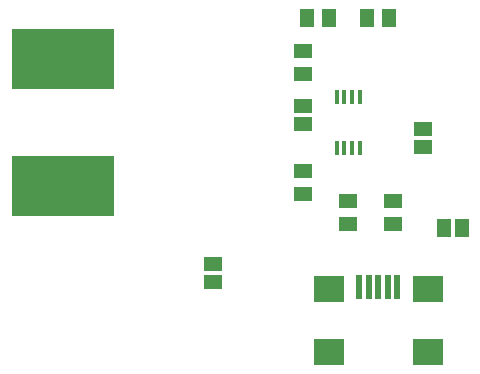
<source format=gtp>
G75*
%MOIN*%
%OFA0B0*%
%FSLAX25Y25*%
%IPPOS*%
%LPD*%
%AMOC8*
5,1,8,0,0,1.08239X$1,22.5*
%
%ADD10R,0.05906X0.05118*%
%ADD11R,0.05118X0.05906*%
%ADD12R,0.01575X0.04724*%
%ADD13R,0.34449X0.20472*%
%ADD14R,0.09843X0.08661*%
%ADD15R,0.01969X0.07874*%
%ADD16R,0.06300X0.04600*%
%ADD17R,0.04600X0.06300*%
D10*
X0106937Y0065992D03*
X0106937Y0073472D03*
X0121937Y0063472D03*
X0121937Y0055992D03*
X0136937Y0055992D03*
X0136937Y0063472D03*
X0106937Y0105992D03*
X0106937Y0113472D03*
D11*
X0108197Y0124732D03*
X0115677Y0124732D03*
X0128197Y0124732D03*
X0135677Y0124732D03*
D12*
X0125776Y0098223D03*
X0123217Y0098223D03*
X0120657Y0098223D03*
X0118098Y0098223D03*
X0118098Y0081241D03*
X0120657Y0081241D03*
X0123217Y0081241D03*
X0125776Y0081241D03*
D13*
X0026937Y0068472D03*
X0026937Y0110992D03*
D14*
X0115406Y0034078D03*
X0115406Y0013211D03*
X0148477Y0013211D03*
X0148477Y0034078D03*
D15*
X0138241Y0035062D03*
X0135092Y0035062D03*
X0131942Y0035062D03*
X0128792Y0035062D03*
X0125643Y0035062D03*
D16*
X0076937Y0036732D03*
X0076937Y0042732D03*
X0106937Y0089232D03*
X0106937Y0095232D03*
X0146937Y0087732D03*
X0146937Y0081732D03*
D17*
X0153937Y0054732D03*
X0159937Y0054732D03*
M02*

</source>
